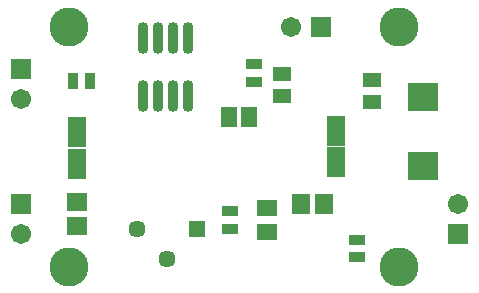
<source format=gts>
G04*
G04 #@! TF.GenerationSoftware,Altium Limited,Altium Designer,21.0.9 (235)*
G04*
G04 Layer_Color=8388736*
%FSLAX25Y25*%
%MOIN*%
G70*
G04*
G04 #@! TF.SameCoordinates,75D1A4E6-31BD-42C8-8B3C-3027E6905E36*
G04*
G04*
G04 #@! TF.FilePolarity,Negative*
G04*
G01*
G75*
%ADD15R,0.05315X0.03740*%
%ADD19R,0.03740X0.05315*%
%ADD23O,0.03556X0.10642*%
%ADD24R,0.10052X0.09461*%
%ADD25R,0.06115X0.06902*%
%ADD26R,0.06509X0.05524*%
%ADD27R,0.06115X0.04737*%
%ADD28R,0.06115X0.10052*%
%ADD29R,0.06902X0.06115*%
%ADD30R,0.05328X0.06509*%
%ADD31C,0.13005*%
%ADD32R,0.05721X0.05721*%
%ADD33C,0.05721*%
%ADD34R,0.06706X0.06706*%
%ADD35C,0.06706*%
%ADD36R,0.06706X0.06706*%
D15*
X91500Y71547D02*
D03*
Y77453D02*
D03*
X83500Y22547D02*
D03*
Y28453D02*
D03*
X126000Y18953D02*
D03*
Y13047D02*
D03*
D19*
X31047Y72000D02*
D03*
X36953D02*
D03*
D23*
X54500Y66854D02*
D03*
X59500D02*
D03*
X64500D02*
D03*
X69500D02*
D03*
X54500Y86146D02*
D03*
X59500D02*
D03*
X64500D02*
D03*
X69500D02*
D03*
D24*
X148000Y66516D02*
D03*
Y43484D02*
D03*
D25*
X114839Y31000D02*
D03*
X107161D02*
D03*
D26*
X96000Y21500D02*
D03*
Y29374D02*
D03*
D27*
X101000Y74043D02*
D03*
Y66957D02*
D03*
X131000Y64957D02*
D03*
Y72043D02*
D03*
D28*
X32500Y54716D02*
D03*
Y44284D02*
D03*
X119000Y44783D02*
D03*
Y55216D02*
D03*
D29*
X32500Y23661D02*
D03*
Y31339D02*
D03*
D30*
X89945Y60000D02*
D03*
X83055D02*
D03*
D31*
X140000Y10000D02*
D03*
Y90000D02*
D03*
X30000D02*
D03*
Y10000D02*
D03*
D32*
X72500Y22362D02*
D03*
D33*
X62500Y12362D02*
D03*
X52500Y22362D02*
D03*
D34*
X114000Y90000D02*
D03*
D35*
X104000D02*
D03*
X14000Y66000D02*
D03*
X159500Y31000D02*
D03*
X14000Y21000D02*
D03*
D36*
Y76000D02*
D03*
X159500Y21000D02*
D03*
X14000Y31000D02*
D03*
M02*

</source>
